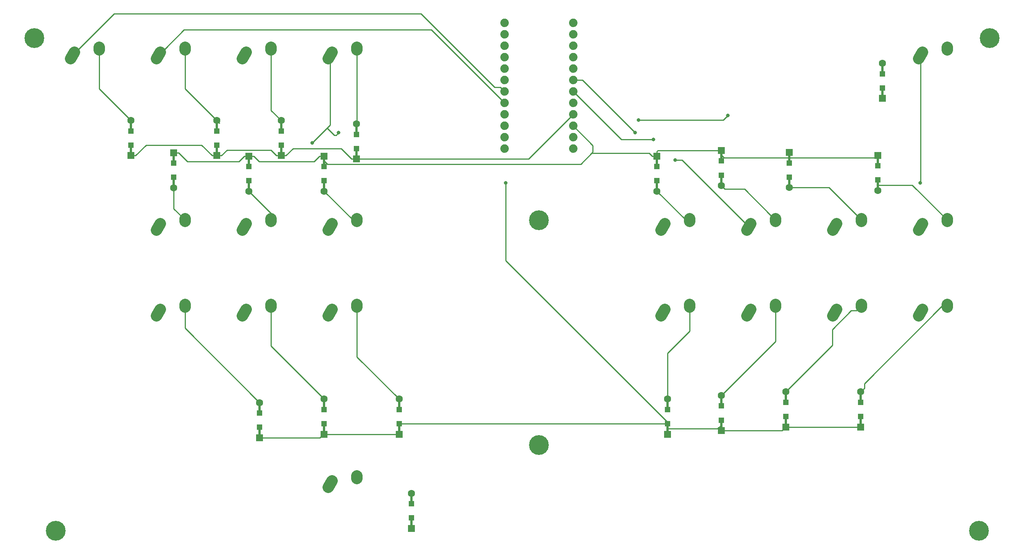
<source format=gbl>
G04 #@! TF.GenerationSoftware,KiCad,Pcbnew,5.0.1*
G04 #@! TF.CreationDate,2018-11-29T02:11:47-05:00*
G04 #@! TF.ProjectId,fightkeyb-pcb,66696768746B6579622D7063622E6B69,rev?*
G04 #@! TF.SameCoordinates,Original*
G04 #@! TF.FileFunction,Copper,L2,Bot,Signal*
G04 #@! TF.FilePolarity,Positive*
%FSLAX46Y46*%
G04 Gerber Fmt 4.6, Leading zero omitted, Abs format (unit mm)*
G04 Created by KiCad (PCBNEW 5.0.1) date Thu 29 Nov 2018 02:11:47 AM EST*
%MOMM*%
%LPD*%
G01*
G04 APERTURE LIST*
G04 #@! TA.AperFunction,ComponentPad*
%ADD10C,1.879600*%
G04 #@! TD*
G04 #@! TA.AperFunction,Conductor*
%ADD11R,0.500000X2.500000*%
G04 #@! TD*
G04 #@! TA.AperFunction,ComponentPad*
%ADD12C,1.600000*%
G04 #@! TD*
G04 #@! TA.AperFunction,ComponentPad*
%ADD13R,1.600000X1.600000*%
G04 #@! TD*
G04 #@! TA.AperFunction,SMDPad,CuDef*
%ADD14R,1.200000X1.200000*%
G04 #@! TD*
G04 #@! TA.AperFunction,ComponentPad*
%ADD15C,2.500000*%
G04 #@! TD*
G04 #@! TA.AperFunction,Conductor*
%ADD16C,2.500000*%
G04 #@! TD*
G04 #@! TA.AperFunction,ComponentPad*
%ADD17C,4.400000*%
G04 #@! TD*
G04 #@! TA.AperFunction,ViaPad*
%ADD18C,0.800000*%
G04 #@! TD*
G04 #@! TA.AperFunction,Conductor*
%ADD19C,0.250000*%
G04 #@! TD*
G04 APERTURE END LIST*
D10*
G04 #@! TO.P,M2,24*
G04 #@! TO.N,Net-(M2-Pad24)*
X164782500Y-22860000D03*
G04 #@! TO.P,M2,23*
G04 #@! TO.N,Net-(M1-PadP$4)*
X164782500Y-25400000D03*
G04 #@! TO.P,M2,22*
G04 #@! TO.N,Net-(M1-PadP$3)*
X164782500Y-27940000D03*
G04 #@! TO.P,M2,21*
G04 #@! TO.N,Net-(M2-Pad21)*
X164782500Y-30480000D03*
G04 #@! TO.P,M2,20*
G04 #@! TO.N,Net-(M2-Pad20)*
X164782500Y-33020000D03*
G04 #@! TO.P,M2,19*
G04 #@! TO.N,Net-(K10-Pad1)*
X164782500Y-35560000D03*
G04 #@! TO.P,M2,18*
G04 #@! TO.N,Net-(K11-Pad1)*
X164782500Y-38100000D03*
G04 #@! TO.P,M2,17*
G04 #@! TO.N,Net-(K12-Pad1)*
X164782500Y-40640000D03*
G04 #@! TO.P,M2,16*
G04 #@! TO.N,Net-(D1-Pad1)*
X164782500Y-43180000D03*
G04 #@! TO.P,M2,15*
G04 #@! TO.N,Net-(D10-Pad1)*
X164782500Y-45720000D03*
G04 #@! TO.P,M2,14*
G04 #@! TO.N,Net-(M2-Pad14)*
X164782500Y-48260000D03*
G04 #@! TO.P,M2,13*
G04 #@! TO.N,Net-(M2-Pad13)*
X164782500Y-50800000D03*
G04 #@! TO.P,M2,12*
G04 #@! TO.N,Net-(D13-Pad1)*
X149542500Y-50800000D03*
G04 #@! TO.P,M2,11*
G04 #@! TO.N,Net-(D20-Pad1)*
X149542500Y-48260000D03*
G04 #@! TO.P,M2,10*
G04 #@! TO.N,Net-(K16-Pad1)*
X149542500Y-45720000D03*
G04 #@! TO.P,M2,9*
G04 #@! TO.N,Net-(K15-Pad1)*
X149542500Y-43180000D03*
G04 #@! TO.P,M2,8*
G04 #@! TO.N,Net-(K14-Pad1)*
X149542500Y-40640000D03*
G04 #@! TO.P,M2,7*
G04 #@! TO.N,Net-(K2-Pad1)*
X149542500Y-38100000D03*
G04 #@! TO.P,M2,6*
G04 #@! TO.N,Net-(M2-Pad6)*
X149542500Y-35560000D03*
G04 #@! TO.P,M2,5*
G04 #@! TO.N,Net-(M2-Pad5)*
X149542500Y-33020000D03*
G04 #@! TO.P,M2,4*
G04 #@! TO.N,Net-(M2-Pad4)*
X149542500Y-30480000D03*
G04 #@! TO.P,M2,3*
G04 #@! TO.N,Net-(M2-Pad3)*
X149542500Y-27940000D03*
G04 #@! TO.P,M2,2*
G04 #@! TO.N,Net-(M2-Pad2)*
X149542500Y-25400000D03*
G04 #@! TO.P,M2,1*
G04 #@! TO.N,Net-(M2-Pad1)*
X149542500Y-22860000D03*
G04 #@! TD*
D11*
G04 #@! TO.N,Net-(D1-Pad2)*
G04 #@! TO.C,D1*
X66675000Y-45731250D03*
G04 #@! TO.N,Net-(D1-Pad1)*
X66675000Y-51131250D03*
D12*
G04 #@! TD*
G04 #@! TO.P,D1,2*
G04 #@! TO.N,Net-(D1-Pad2)*
X66675000Y-44531250D03*
D13*
G04 #@! TO.P,D1,1*
G04 #@! TO.N,Net-(D1-Pad1)*
X66675000Y-52331250D03*
D14*
X66675000Y-50006250D03*
G04 #@! TO.P,D1,2*
G04 #@! TO.N,Net-(D1-Pad2)*
X66675000Y-46856250D03*
G04 #@! TD*
G04 #@! TO.P,D2,2*
G04 #@! TO.N,Net-(D2-Pad2)*
X85725000Y-46856250D03*
G04 #@! TO.P,D2,1*
G04 #@! TO.N,Net-(D1-Pad1)*
X85725000Y-50006250D03*
D13*
X85725000Y-52331250D03*
D12*
G04 #@! TO.P,D2,2*
G04 #@! TO.N,Net-(D2-Pad2)*
X85725000Y-44531250D03*
D11*
G04 #@! TD*
G04 #@! TO.N,Net-(D1-Pad1)*
G04 #@! TO.C,D2*
X85725000Y-51131250D03*
G04 #@! TO.N,Net-(D2-Pad2)*
G04 #@! TO.C,D2*
X85725000Y-45731250D03*
G04 #@! TD*
G04 #@! TO.N,Net-(D3-Pad2)*
G04 #@! TO.C,D3*
X100012500Y-45731250D03*
G04 #@! TO.N,Net-(D1-Pad1)*
X100012500Y-51131250D03*
D12*
G04 #@! TD*
G04 #@! TO.P,D3,2*
G04 #@! TO.N,Net-(D3-Pad2)*
X100012500Y-44531250D03*
D13*
G04 #@! TO.P,D3,1*
G04 #@! TO.N,Net-(D1-Pad1)*
X100012500Y-52331250D03*
D14*
X100012500Y-50006250D03*
G04 #@! TO.P,D3,2*
G04 #@! TO.N,Net-(D3-Pad2)*
X100012500Y-46856250D03*
G04 #@! TD*
G04 #@! TO.P,D4,2*
G04 #@! TO.N,Net-(D4-Pad2)*
X116681250Y-47625000D03*
G04 #@! TO.P,D4,1*
G04 #@! TO.N,Net-(D1-Pad1)*
X116681250Y-50775000D03*
D13*
X116681250Y-53100000D03*
D12*
G04 #@! TO.P,D4,2*
G04 #@! TO.N,Net-(D4-Pad2)*
X116681250Y-45300000D03*
D11*
G04 #@! TD*
G04 #@! TO.N,Net-(D1-Pad1)*
G04 #@! TO.C,D4*
X116681250Y-51900000D03*
G04 #@! TO.N,Net-(D4-Pad2)*
G04 #@! TO.C,D4*
X116681250Y-46500000D03*
G04 #@! TD*
G04 #@! TO.N,Net-(D5-Pad2)*
G04 #@! TO.C,D5*
X233362500Y-33018750D03*
G04 #@! TO.N,Net-(D1-Pad1)*
X233362500Y-38418750D03*
D12*
G04 #@! TD*
G04 #@! TO.P,D5,2*
G04 #@! TO.N,Net-(D5-Pad2)*
X233362500Y-31818750D03*
D13*
G04 #@! TO.P,D5,1*
G04 #@! TO.N,Net-(D1-Pad1)*
X233362500Y-39618750D03*
D14*
X233362500Y-37293750D03*
G04 #@! TO.P,D5,2*
G04 #@! TO.N,Net-(D5-Pad2)*
X233362500Y-34143750D03*
G04 #@! TD*
D11*
G04 #@! TO.N,Net-(D6-Pad2)*
G04 #@! TO.C,D6*
X76200000Y-58275000D03*
G04 #@! TO.N,Net-(D10-Pad1)*
X76200000Y-52875000D03*
D12*
G04 #@! TD*
G04 #@! TO.P,D6,2*
G04 #@! TO.N,Net-(D6-Pad2)*
X76200000Y-59475000D03*
D13*
G04 #@! TO.P,D6,1*
G04 #@! TO.N,Net-(D10-Pad1)*
X76200000Y-51675000D03*
D14*
X76200000Y-54000000D03*
G04 #@! TO.P,D6,2*
G04 #@! TO.N,Net-(D6-Pad2)*
X76200000Y-57150000D03*
G04 #@! TD*
G04 #@! TO.P,D7,2*
G04 #@! TO.N,Net-(D7-Pad2)*
X92868750Y-57918750D03*
G04 #@! TO.P,D7,1*
G04 #@! TO.N,Net-(D10-Pad1)*
X92868750Y-54768750D03*
D13*
X92868750Y-52443750D03*
D12*
G04 #@! TO.P,D7,2*
G04 #@! TO.N,Net-(D7-Pad2)*
X92868750Y-60243750D03*
D11*
G04 #@! TD*
G04 #@! TO.N,Net-(D10-Pad1)*
G04 #@! TO.C,D7*
X92868750Y-53643750D03*
G04 #@! TO.N,Net-(D7-Pad2)*
G04 #@! TO.C,D7*
X92868750Y-59043750D03*
G04 #@! TD*
G04 #@! TO.N,Net-(D8-Pad2)*
G04 #@! TO.C,D8*
X109537500Y-59043750D03*
G04 #@! TO.N,Net-(D10-Pad1)*
X109537500Y-53643750D03*
D12*
G04 #@! TD*
G04 #@! TO.P,D8,2*
G04 #@! TO.N,Net-(D8-Pad2)*
X109537500Y-60243750D03*
D13*
G04 #@! TO.P,D8,1*
G04 #@! TO.N,Net-(D10-Pad1)*
X109537500Y-52443750D03*
D14*
X109537500Y-54768750D03*
G04 #@! TO.P,D8,2*
G04 #@! TO.N,Net-(D8-Pad2)*
X109537500Y-57918750D03*
G04 #@! TD*
G04 #@! TO.P,D9,2*
G04 #@! TO.N,Net-(D9-Pad2)*
X183356250Y-57918750D03*
G04 #@! TO.P,D9,1*
G04 #@! TO.N,Net-(D10-Pad1)*
X183356250Y-54768750D03*
D13*
X183356250Y-52443750D03*
D12*
G04 #@! TO.P,D9,2*
G04 #@! TO.N,Net-(D9-Pad2)*
X183356250Y-60243750D03*
D11*
G04 #@! TD*
G04 #@! TO.N,Net-(D10-Pad1)*
G04 #@! TO.C,D9*
X183356250Y-53643750D03*
G04 #@! TO.N,Net-(D9-Pad2)*
G04 #@! TO.C,D9*
X183356250Y-59043750D03*
G04 #@! TD*
G04 #@! TO.N,Net-(D10-Pad2)*
G04 #@! TO.C,D10*
X197643750Y-57787500D03*
G04 #@! TO.N,Net-(D10-Pad1)*
X197643750Y-52387500D03*
D12*
G04 #@! TD*
G04 #@! TO.P,D10,2*
G04 #@! TO.N,Net-(D10-Pad2)*
X197643750Y-58987500D03*
D13*
G04 #@! TO.P,D10,1*
G04 #@! TO.N,Net-(D10-Pad1)*
X197643750Y-51187500D03*
D14*
X197643750Y-53512500D03*
G04 #@! TO.P,D10,2*
G04 #@! TO.N,Net-(D10-Pad2)*
X197643750Y-56662500D03*
G04 #@! TD*
G04 #@! TO.P,D11,2*
G04 #@! TO.N,Net-(D11-Pad2)*
X212725000Y-57125000D03*
G04 #@! TO.P,D11,1*
G04 #@! TO.N,Net-(D10-Pad1)*
X212725000Y-53975000D03*
D13*
X212725000Y-51650000D03*
D12*
G04 #@! TO.P,D11,2*
G04 #@! TO.N,Net-(D11-Pad2)*
X212725000Y-59450000D03*
D11*
G04 #@! TD*
G04 #@! TO.N,Net-(D10-Pad1)*
G04 #@! TO.C,D11*
X212725000Y-52850000D03*
G04 #@! TO.N,Net-(D11-Pad2)*
G04 #@! TO.C,D11*
X212725000Y-58250000D03*
G04 #@! TD*
D14*
G04 #@! TO.P,D12,2*
G04 #@! TO.N,Net-(D12-Pad2)*
X232410000Y-57760000D03*
G04 #@! TO.P,D12,1*
G04 #@! TO.N,Net-(D10-Pad1)*
X232410000Y-54610000D03*
D13*
X232410000Y-52285000D03*
D12*
G04 #@! TO.P,D12,2*
G04 #@! TO.N,Net-(D12-Pad2)*
X232410000Y-60085000D03*
D11*
G04 #@! TD*
G04 #@! TO.N,Net-(D10-Pad1)*
G04 #@! TO.C,D12*
X232410000Y-53485000D03*
G04 #@! TO.N,Net-(D12-Pad2)*
G04 #@! TO.C,D12*
X232410000Y-58885000D03*
G04 #@! TD*
D14*
G04 #@! TO.P,D13,2*
G04 #@! TO.N,Net-(D13-Pad2)*
X95250000Y-109537500D03*
G04 #@! TO.P,D13,1*
G04 #@! TO.N,Net-(D13-Pad1)*
X95250000Y-112687500D03*
D13*
X95250000Y-115012500D03*
D12*
G04 #@! TO.P,D13,2*
G04 #@! TO.N,Net-(D13-Pad2)*
X95250000Y-107212500D03*
D11*
G04 #@! TD*
G04 #@! TO.N,Net-(D13-Pad1)*
G04 #@! TO.C,D13*
X95250000Y-113812500D03*
G04 #@! TO.N,Net-(D13-Pad2)*
G04 #@! TO.C,D13*
X95250000Y-108412500D03*
G04 #@! TD*
G04 #@! TO.N,Net-(D14-Pad2)*
G04 #@! TO.C,D14*
X109537500Y-107643750D03*
G04 #@! TO.N,Net-(D13-Pad1)*
X109537500Y-113043750D03*
D12*
G04 #@! TD*
G04 #@! TO.P,D14,2*
G04 #@! TO.N,Net-(D14-Pad2)*
X109537500Y-106443750D03*
D13*
G04 #@! TO.P,D14,1*
G04 #@! TO.N,Net-(D13-Pad1)*
X109537500Y-114243750D03*
D14*
X109537500Y-111918750D03*
G04 #@! TO.P,D14,2*
G04 #@! TO.N,Net-(D14-Pad2)*
X109537500Y-108768750D03*
G04 #@! TD*
G04 #@! TO.P,D15,2*
G04 #@! TO.N,Net-(D15-Pad2)*
X126206250Y-108768750D03*
G04 #@! TO.P,D15,1*
G04 #@! TO.N,Net-(D13-Pad1)*
X126206250Y-111918750D03*
D13*
X126206250Y-114243750D03*
D12*
G04 #@! TO.P,D15,2*
G04 #@! TO.N,Net-(D15-Pad2)*
X126206250Y-106443750D03*
D11*
G04 #@! TD*
G04 #@! TO.N,Net-(D13-Pad1)*
G04 #@! TO.C,D15*
X126206250Y-113043750D03*
G04 #@! TO.N,Net-(D15-Pad2)*
G04 #@! TO.C,D15*
X126206250Y-107643750D03*
G04 #@! TD*
G04 #@! TO.N,Net-(D16-Pad2)*
G04 #@! TO.C,D16*
X185737500Y-107643750D03*
G04 #@! TO.N,Net-(D13-Pad1)*
X185737500Y-113043750D03*
D12*
G04 #@! TD*
G04 #@! TO.P,D16,2*
G04 #@! TO.N,Net-(D16-Pad2)*
X185737500Y-106443750D03*
D13*
G04 #@! TO.P,D16,1*
G04 #@! TO.N,Net-(D13-Pad1)*
X185737500Y-114243750D03*
D14*
X185737500Y-111918750D03*
G04 #@! TO.P,D16,2*
G04 #@! TO.N,Net-(D16-Pad2)*
X185737500Y-108768750D03*
G04 #@! TD*
G04 #@! TO.P,D17,2*
G04 #@! TO.N,Net-(D17-Pad2)*
X197643750Y-107962500D03*
G04 #@! TO.P,D17,1*
G04 #@! TO.N,Net-(D13-Pad1)*
X197643750Y-111112500D03*
D13*
X197643750Y-113437500D03*
D12*
G04 #@! TO.P,D17,2*
G04 #@! TO.N,Net-(D17-Pad2)*
X197643750Y-105637500D03*
D11*
G04 #@! TD*
G04 #@! TO.N,Net-(D13-Pad1)*
G04 #@! TO.C,D17*
X197643750Y-112237500D03*
G04 #@! TO.N,Net-(D17-Pad2)*
G04 #@! TO.C,D17*
X197643750Y-106837500D03*
G04 #@! TD*
G04 #@! TO.N,Net-(D18-Pad2)*
G04 #@! TO.C,D18*
X211931250Y-106031250D03*
G04 #@! TO.N,Net-(D13-Pad1)*
X211931250Y-111431250D03*
D12*
G04 #@! TD*
G04 #@! TO.P,D18,2*
G04 #@! TO.N,Net-(D18-Pad2)*
X211931250Y-104831250D03*
D13*
G04 #@! TO.P,D18,1*
G04 #@! TO.N,Net-(D13-Pad1)*
X211931250Y-112631250D03*
D14*
X211931250Y-110306250D03*
G04 #@! TO.P,D18,2*
G04 #@! TO.N,Net-(D18-Pad2)*
X211931250Y-107156250D03*
G04 #@! TD*
G04 #@! TO.P,D19,2*
G04 #@! TO.N,Net-(D19-Pad2)*
X228600000Y-107156250D03*
G04 #@! TO.P,D19,1*
G04 #@! TO.N,Net-(D13-Pad1)*
X228600000Y-110306250D03*
D13*
X228600000Y-112631250D03*
D12*
G04 #@! TO.P,D19,2*
G04 #@! TO.N,Net-(D19-Pad2)*
X228600000Y-104831250D03*
D11*
G04 #@! TD*
G04 #@! TO.N,Net-(D13-Pad1)*
G04 #@! TO.C,D19*
X228600000Y-111431250D03*
G04 #@! TO.N,Net-(D19-Pad2)*
G04 #@! TO.C,D19*
X228600000Y-106031250D03*
G04 #@! TD*
G04 #@! TO.N,Net-(D20-Pad2)*
G04 #@! TO.C,D20*
X128905000Y-128585000D03*
G04 #@! TO.N,Net-(D20-Pad1)*
X128905000Y-133985000D03*
D12*
G04 #@! TD*
G04 #@! TO.P,D20,2*
G04 #@! TO.N,Net-(D20-Pad2)*
X128905000Y-127385000D03*
D13*
G04 #@! TO.P,D20,1*
G04 #@! TO.N,Net-(D20-Pad1)*
X128905000Y-135185000D03*
D14*
X128905000Y-132860000D03*
G04 #@! TO.P,D20,2*
G04 #@! TO.N,Net-(D20-Pad2)*
X128905000Y-129710000D03*
G04 #@! TD*
D15*
G04 #@! TO.P,K2,1*
G04 #@! TO.N,Net-(K2-Pad1)*
X53745000Y-30067500D03*
D16*
G04 #@! TD*
G04 #@! TO.N,Net-(K2-Pad1)*
G04 #@! TO.C,K2*
X54150453Y-29337546D02*
X53339547Y-30797454D01*
D15*
G04 #@! TO.P,K2,2*
G04 #@! TO.N,Net-(D1-Pad2)*
X59670000Y-28547500D03*
D16*
G04 #@! TD*
G04 #@! TO.N,Net-(D1-Pad2)*
G04 #@! TO.C,K2*
X59689724Y-28258172D02*
X59650276Y-28836828D01*
D15*
G04 #@! TO.P,K3,2*
G04 #@! TO.N,Net-(D2-Pad2)*
X78720000Y-28547500D03*
D16*
G04 #@! TD*
G04 #@! TO.N,Net-(D2-Pad2)*
G04 #@! TO.C,K3*
X78739724Y-28258172D02*
X78700276Y-28836828D01*
D15*
G04 #@! TO.P,K3,1*
G04 #@! TO.N,Net-(K14-Pad1)*
X72795000Y-30067500D03*
D16*
G04 #@! TD*
G04 #@! TO.N,Net-(K14-Pad1)*
G04 #@! TO.C,K3*
X73200453Y-29337546D02*
X72389547Y-30797454D01*
D15*
G04 #@! TO.P,K4,1*
G04 #@! TO.N,Net-(K15-Pad1)*
X91845000Y-30067500D03*
D16*
G04 #@! TD*
G04 #@! TO.N,Net-(K15-Pad1)*
G04 #@! TO.C,K4*
X92250453Y-29337546D02*
X91439547Y-30797454D01*
D15*
G04 #@! TO.P,K4,2*
G04 #@! TO.N,Net-(D3-Pad2)*
X97770000Y-28547500D03*
D16*
G04 #@! TD*
G04 #@! TO.N,Net-(D3-Pad2)*
G04 #@! TO.C,K4*
X97789724Y-28258172D02*
X97750276Y-28836828D01*
D15*
G04 #@! TO.P,K5,2*
G04 #@! TO.N,Net-(D4-Pad2)*
X116820000Y-28547500D03*
D16*
G04 #@! TD*
G04 #@! TO.N,Net-(D4-Pad2)*
G04 #@! TO.C,K5*
X116839724Y-28258172D02*
X116800276Y-28836828D01*
D15*
G04 #@! TO.P,K5,1*
G04 #@! TO.N,Net-(K16-Pad1)*
X110895000Y-30067500D03*
D16*
G04 #@! TD*
G04 #@! TO.N,Net-(K16-Pad1)*
G04 #@! TO.C,K5*
X111300453Y-29337546D02*
X110489547Y-30797454D01*
D15*
G04 #@! TO.P,K6,1*
G04 #@! TO.N,Net-(K13-Pad1)*
X241863750Y-30067500D03*
D16*
G04 #@! TD*
G04 #@! TO.N,Net-(K13-Pad1)*
G04 #@! TO.C,K6*
X242269203Y-29337546D02*
X241458297Y-30797454D01*
D15*
G04 #@! TO.P,K6,2*
G04 #@! TO.N,Net-(D5-Pad2)*
X247788750Y-28547500D03*
D16*
G04 #@! TD*
G04 #@! TO.N,Net-(D5-Pad2)*
G04 #@! TO.C,K6*
X247808474Y-28258172D02*
X247769026Y-28836828D01*
D15*
G04 #@! TO.P,K7,2*
G04 #@! TO.N,Net-(D6-Pad2)*
X78720000Y-66647500D03*
D16*
G04 #@! TD*
G04 #@! TO.N,Net-(D6-Pad2)*
G04 #@! TO.C,K7*
X78739724Y-66358172D02*
X78700276Y-66936828D01*
D15*
G04 #@! TO.P,K7,1*
G04 #@! TO.N,Net-(K14-Pad1)*
X72795000Y-68167500D03*
D16*
G04 #@! TD*
G04 #@! TO.N,Net-(K14-Pad1)*
G04 #@! TO.C,K7*
X73200453Y-67437546D02*
X72389547Y-68897454D01*
D15*
G04 #@! TO.P,K8,1*
G04 #@! TO.N,Net-(K15-Pad1)*
X91845000Y-68167500D03*
D16*
G04 #@! TD*
G04 #@! TO.N,Net-(K15-Pad1)*
G04 #@! TO.C,K8*
X92250453Y-67437546D02*
X91439547Y-68897454D01*
D15*
G04 #@! TO.P,K8,2*
G04 #@! TO.N,Net-(D7-Pad2)*
X97770000Y-66647500D03*
D16*
G04 #@! TD*
G04 #@! TO.N,Net-(D7-Pad2)*
G04 #@! TO.C,K8*
X97789724Y-66358172D02*
X97750276Y-66936828D01*
D15*
G04 #@! TO.P,K9,2*
G04 #@! TO.N,Net-(D8-Pad2)*
X116820000Y-66647500D03*
D16*
G04 #@! TD*
G04 #@! TO.N,Net-(D8-Pad2)*
G04 #@! TO.C,K9*
X116839724Y-66358172D02*
X116800276Y-66936828D01*
D15*
G04 #@! TO.P,K9,1*
G04 #@! TO.N,Net-(K16-Pad1)*
X110895000Y-68167500D03*
D16*
G04 #@! TD*
G04 #@! TO.N,Net-(K16-Pad1)*
G04 #@! TO.C,K9*
X111300453Y-67437546D02*
X110489547Y-68897454D01*
D15*
G04 #@! TO.P,K10,2*
G04 #@! TO.N,Net-(D9-Pad2)*
X190638750Y-66647500D03*
D16*
G04 #@! TD*
G04 #@! TO.N,Net-(D9-Pad2)*
G04 #@! TO.C,K10*
X190658474Y-66358172D02*
X190619026Y-66936828D01*
D15*
G04 #@! TO.P,K10,1*
G04 #@! TO.N,Net-(K10-Pad1)*
X184713750Y-68167500D03*
D16*
G04 #@! TD*
G04 #@! TO.N,Net-(K10-Pad1)*
G04 #@! TO.C,K10*
X185119203Y-67437546D02*
X184308297Y-68897454D01*
D15*
G04 #@! TO.P,K11,1*
G04 #@! TO.N,Net-(K11-Pad1)*
X203763750Y-68167500D03*
D16*
G04 #@! TD*
G04 #@! TO.N,Net-(K11-Pad1)*
G04 #@! TO.C,K11*
X204169203Y-67437546D02*
X203358297Y-68897454D01*
D15*
G04 #@! TO.P,K11,2*
G04 #@! TO.N,Net-(D10-Pad2)*
X209688750Y-66647500D03*
D16*
G04 #@! TD*
G04 #@! TO.N,Net-(D10-Pad2)*
G04 #@! TO.C,K11*
X209708474Y-66358172D02*
X209669026Y-66936828D01*
D15*
G04 #@! TO.P,K12,2*
G04 #@! TO.N,Net-(D11-Pad2)*
X228738750Y-66647500D03*
D16*
G04 #@! TD*
G04 #@! TO.N,Net-(D11-Pad2)*
G04 #@! TO.C,K12*
X228758474Y-66358172D02*
X228719026Y-66936828D01*
D15*
G04 #@! TO.P,K12,1*
G04 #@! TO.N,Net-(K12-Pad1)*
X222813750Y-68167500D03*
D16*
G04 #@! TD*
G04 #@! TO.N,Net-(K12-Pad1)*
G04 #@! TO.C,K12*
X223219203Y-67437546D02*
X222408297Y-68897454D01*
D15*
G04 #@! TO.P,K13,1*
G04 #@! TO.N,Net-(K13-Pad1)*
X241863750Y-68167500D03*
D16*
G04 #@! TD*
G04 #@! TO.N,Net-(K13-Pad1)*
G04 #@! TO.C,K13*
X242269203Y-67437546D02*
X241458297Y-68897454D01*
D15*
G04 #@! TO.P,K13,2*
G04 #@! TO.N,Net-(D12-Pad2)*
X247788750Y-66647500D03*
D16*
G04 #@! TD*
G04 #@! TO.N,Net-(D12-Pad2)*
G04 #@! TO.C,K13*
X247808474Y-66358172D02*
X247769026Y-66936828D01*
D15*
G04 #@! TO.P,K14,1*
G04 #@! TO.N,Net-(K14-Pad1)*
X72795000Y-87217500D03*
D16*
G04 #@! TD*
G04 #@! TO.N,Net-(K14-Pad1)*
G04 #@! TO.C,K14*
X73200453Y-86487546D02*
X72389547Y-87947454D01*
D15*
G04 #@! TO.P,K14,2*
G04 #@! TO.N,Net-(D13-Pad2)*
X78720000Y-85697500D03*
D16*
G04 #@! TD*
G04 #@! TO.N,Net-(D13-Pad2)*
G04 #@! TO.C,K14*
X78739724Y-85408172D02*
X78700276Y-85986828D01*
D15*
G04 #@! TO.P,K15,2*
G04 #@! TO.N,Net-(D14-Pad2)*
X97770000Y-85697500D03*
D16*
G04 #@! TD*
G04 #@! TO.N,Net-(D14-Pad2)*
G04 #@! TO.C,K15*
X97789724Y-85408172D02*
X97750276Y-85986828D01*
D15*
G04 #@! TO.P,K15,1*
G04 #@! TO.N,Net-(K15-Pad1)*
X91845000Y-87217500D03*
D16*
G04 #@! TD*
G04 #@! TO.N,Net-(K15-Pad1)*
G04 #@! TO.C,K15*
X92250453Y-86487546D02*
X91439547Y-87947454D01*
D15*
G04 #@! TO.P,K16,1*
G04 #@! TO.N,Net-(K16-Pad1)*
X110895000Y-87217500D03*
D16*
G04 #@! TD*
G04 #@! TO.N,Net-(K16-Pad1)*
G04 #@! TO.C,K16*
X111300453Y-86487546D02*
X110489547Y-87947454D01*
D15*
G04 #@! TO.P,K16,2*
G04 #@! TO.N,Net-(D15-Pad2)*
X116820000Y-85697500D03*
D16*
G04 #@! TD*
G04 #@! TO.N,Net-(D15-Pad2)*
G04 #@! TO.C,K16*
X116839724Y-85408172D02*
X116800276Y-85986828D01*
D15*
G04 #@! TO.P,K17,2*
G04 #@! TO.N,Net-(D16-Pad2)*
X190638750Y-85697500D03*
D16*
G04 #@! TD*
G04 #@! TO.N,Net-(D16-Pad2)*
G04 #@! TO.C,K17*
X190658474Y-85408172D02*
X190619026Y-85986828D01*
D15*
G04 #@! TO.P,K17,1*
G04 #@! TO.N,Net-(K10-Pad1)*
X184713750Y-87217500D03*
D16*
G04 #@! TD*
G04 #@! TO.N,Net-(K10-Pad1)*
G04 #@! TO.C,K17*
X185119203Y-86487546D02*
X184308297Y-87947454D01*
D15*
G04 #@! TO.P,K18,1*
G04 #@! TO.N,Net-(K11-Pad1)*
X203763750Y-87217500D03*
D16*
G04 #@! TD*
G04 #@! TO.N,Net-(K11-Pad1)*
G04 #@! TO.C,K18*
X204169203Y-86487546D02*
X203358297Y-87947454D01*
D15*
G04 #@! TO.P,K18,2*
G04 #@! TO.N,Net-(D17-Pad2)*
X209688750Y-85697500D03*
D16*
G04 #@! TD*
G04 #@! TO.N,Net-(D17-Pad2)*
G04 #@! TO.C,K18*
X209708474Y-85408172D02*
X209669026Y-85986828D01*
D15*
G04 #@! TO.P,K19,2*
G04 #@! TO.N,Net-(D18-Pad2)*
X228738750Y-85697500D03*
D16*
G04 #@! TD*
G04 #@! TO.N,Net-(D18-Pad2)*
G04 #@! TO.C,K19*
X228758474Y-85408172D02*
X228719026Y-85986828D01*
D15*
G04 #@! TO.P,K19,1*
G04 #@! TO.N,Net-(K12-Pad1)*
X222813750Y-87217500D03*
D16*
G04 #@! TD*
G04 #@! TO.N,Net-(K12-Pad1)*
G04 #@! TO.C,K19*
X223219203Y-86487546D02*
X222408297Y-87947454D01*
D15*
G04 #@! TO.P,K20,2*
G04 #@! TO.N,Net-(D19-Pad2)*
X247788750Y-85697500D03*
D16*
G04 #@! TD*
G04 #@! TO.N,Net-(D19-Pad2)*
G04 #@! TO.C,K20*
X247808474Y-85408172D02*
X247769026Y-85986828D01*
D15*
G04 #@! TO.P,K20,1*
G04 #@! TO.N,Net-(K13-Pad1)*
X241863750Y-87217500D03*
D16*
G04 #@! TD*
G04 #@! TO.N,Net-(K13-Pad1)*
G04 #@! TO.C,K20*
X242269203Y-86487546D02*
X241458297Y-87947454D01*
D15*
G04 #@! TO.P,K21,1*
G04 #@! TO.N,Net-(K16-Pad1)*
X110895000Y-125317500D03*
D16*
G04 #@! TD*
G04 #@! TO.N,Net-(K16-Pad1)*
G04 #@! TO.C,K21*
X111300453Y-124587546D02*
X110489547Y-126047454D01*
D15*
G04 #@! TO.P,K21,2*
G04 #@! TO.N,Net-(D20-Pad2)*
X116820000Y-123797500D03*
D16*
G04 #@! TD*
G04 #@! TO.N,Net-(D20-Pad2)*
G04 #@! TO.C,K21*
X116839724Y-123508172D02*
X116800276Y-124086828D01*
D17*
G04 #@! TO.P,REF\002A\002A,1*
G04 #@! TO.N,N/C*
X50006250Y-135731250D03*
G04 #@! TD*
G04 #@! TO.P,REF\002A\002A,1*
G04 #@! TO.N,N/C*
X254793750Y-135731250D03*
G04 #@! TD*
G04 #@! TO.P,REF\002A\002A,1*
G04 #@! TO.N,N/C*
X257175000Y-26193750D03*
G04 #@! TD*
G04 #@! TO.P,REF\002A\002A,1*
G04 #@! TO.N,N/C*
X45243750Y-26193750D03*
G04 #@! TD*
G04 #@! TO.P,REF\002A\002A,1*
G04 #@! TO.N,N/C*
X157162500Y-66675000D03*
G04 #@! TD*
G04 #@! TO.P,REF\002A\002A,1*
G04 #@! TO.N,N/C*
X157162500Y-116681250D03*
G04 #@! TD*
D18*
G04 #@! TO.N,Net-(D1-Pad1)*
X199136000Y-43434000D03*
X179324000Y-44450000D03*
G04 #@! TO.N,Net-(D13-Pad1)*
X149860000Y-58420000D03*
G04 #@! TO.N,Net-(K16-Pad1)*
X106934000Y-49530000D03*
X112776000Y-47244000D03*
G04 #@! TO.N,Net-(K13-Pad1)*
X241808000Y-58420000D03*
G04 #@! TO.N,Net-(K10-Pad1)*
X178562000Y-47244000D03*
G04 #@! TO.N,Net-(K11-Pad1)*
X187452000Y-53340000D03*
X182626000Y-48768000D03*
G04 #@! TD*
D19*
G04 #@! TO.N,Net-(D1-Pad2)*
X59670000Y-37526250D02*
X66675000Y-44531250D01*
X59670000Y-28547500D02*
X59670000Y-37526250D01*
G04 #@! TO.N,Net-(D1-Pad1)*
X84675000Y-52331250D02*
X85725000Y-52331250D01*
X82350000Y-50006250D02*
X84675000Y-52331250D01*
X70050000Y-50006250D02*
X82350000Y-50006250D01*
X67725000Y-52331250D02*
X70050000Y-50006250D01*
X66675000Y-52331250D02*
X67725000Y-52331250D01*
X98962500Y-52331250D02*
X100012500Y-52331250D01*
X97762500Y-51131250D02*
X98962500Y-52331250D01*
X87975000Y-51131250D02*
X97762500Y-51131250D01*
X86775000Y-52331250D02*
X87975000Y-51131250D01*
X85725000Y-52331250D02*
X86775000Y-52331250D01*
X101062500Y-52331250D02*
X102618750Y-50775000D01*
X115631250Y-53100000D02*
X116681250Y-53100000D01*
X113306250Y-50775000D02*
X115631250Y-53100000D01*
X102618750Y-50775000D02*
X113306250Y-50775000D01*
X100012500Y-52331250D02*
X101062500Y-52331250D01*
X154862500Y-53100000D02*
X164782500Y-43180000D01*
X116681250Y-53100000D02*
X154862500Y-53100000D01*
X199136000Y-43434000D02*
X198120000Y-44450000D01*
X198120000Y-44450000D02*
X179324000Y-44450000D01*
G04 #@! TO.N,Net-(D2-Pad2)*
X78720000Y-37526250D02*
X86278750Y-45085000D01*
X78720000Y-28547500D02*
X78720000Y-37526250D01*
G04 #@! TO.N,Net-(D3-Pad2)*
X97770000Y-42288750D02*
X100012500Y-44531250D01*
X97770000Y-28547500D02*
X97770000Y-42288750D01*
G04 #@! TO.N,Net-(D4-Pad2)*
X116820000Y-45161250D02*
X116681250Y-45300000D01*
X116820000Y-28547500D02*
X116820000Y-45161250D01*
G04 #@! TO.N,Net-(D6-Pad2)*
X76200000Y-64127500D02*
X78720000Y-66647500D01*
X76200000Y-59475000D02*
X76200000Y-64127500D01*
G04 #@! TO.N,Net-(D10-Pad1)*
X90618750Y-53643750D02*
X91818750Y-52443750D01*
X79218750Y-53643750D02*
X90618750Y-53643750D01*
X77250000Y-51675000D02*
X79218750Y-53643750D01*
X91818750Y-52443750D02*
X92868750Y-52443750D01*
X76200000Y-51675000D02*
X77250000Y-51675000D01*
X108487500Y-52443750D02*
X109537500Y-52443750D01*
X107287500Y-53643750D02*
X108487500Y-52443750D01*
X95118750Y-53643750D02*
X107287500Y-53643750D01*
X93918750Y-52443750D02*
X95118750Y-53643750D01*
X92868750Y-52443750D02*
X93918750Y-52443750D01*
X110268751Y-54225001D02*
X166500999Y-54225001D01*
X109537500Y-52443750D02*
X109537500Y-53493750D01*
X109537500Y-53493750D02*
X110268751Y-54225001D01*
X169164000Y-50101500D02*
X164782500Y-45720000D01*
X169164000Y-51562000D02*
X169164000Y-50101500D01*
X183356250Y-52443750D02*
X182306250Y-52443750D01*
X181678500Y-51816000D02*
X168910000Y-51816000D01*
X166500999Y-54225001D02*
X168910000Y-51816000D01*
X182306250Y-52443750D02*
X181678500Y-51816000D01*
X168910000Y-51816000D02*
X169164000Y-51562000D01*
X183356250Y-51393750D02*
X183356250Y-52443750D01*
X183562500Y-51187500D02*
X183356250Y-51393750D01*
X197643750Y-51187500D02*
X183562500Y-51187500D01*
X197643750Y-52237500D02*
X197643750Y-51187500D01*
X198256250Y-52850000D02*
X197643750Y-52237500D01*
X212725000Y-52850000D02*
X198256250Y-52850000D01*
X231845000Y-52850000D02*
X232410000Y-52285000D01*
X212725000Y-52850000D02*
X231845000Y-52850000D01*
G04 #@! TO.N,Net-(D7-Pad2)*
X97770000Y-65145000D02*
X97770000Y-66647500D01*
X92868750Y-60243750D02*
X97770000Y-65145000D01*
G04 #@! TO.N,Net-(D8-Pad2)*
X115941250Y-66647500D02*
X116820000Y-66647500D01*
X109537500Y-60243750D02*
X115941250Y-66647500D01*
G04 #@! TO.N,Net-(D9-Pad2)*
X189760000Y-66647500D02*
X190638750Y-66647500D01*
X183356250Y-60243750D02*
X189760000Y-66647500D01*
G04 #@! TO.N,Net-(D10-Pad2)*
X208614218Y-65572968D02*
X209688750Y-66647500D01*
X202828749Y-59787499D02*
X208614218Y-65572968D01*
X198443749Y-59787499D02*
X202828749Y-59787499D01*
X197643750Y-58987500D02*
X198443749Y-59787499D01*
G04 #@! TO.N,Net-(D11-Pad2)*
X221541250Y-59450000D02*
X228738750Y-66647500D01*
X212725000Y-59450000D02*
X221541250Y-59450000D01*
G04 #@! TO.N,Net-(D12-Pad2)*
X240026250Y-58885000D02*
X247788750Y-66647500D01*
X232410000Y-58885000D02*
X240026250Y-58885000D01*
G04 #@! TO.N,Net-(D13-Pad2)*
X78720000Y-90682500D02*
X95250000Y-107212500D01*
X78720000Y-85697500D02*
X78720000Y-90682500D01*
G04 #@! TO.N,Net-(D13-Pad1)*
X109337500Y-114243750D02*
X109537500Y-114243750D01*
X108568750Y-115012500D02*
X109337500Y-114243750D01*
X95250000Y-115012500D02*
X108568750Y-115012500D01*
X109537500Y-114243750D02*
X126206250Y-114243750D01*
X126206250Y-111918750D02*
X185737500Y-111918750D01*
X196837500Y-113043750D02*
X197643750Y-112237500D01*
X185737500Y-113043750D02*
X196837500Y-113043750D01*
X211125000Y-113437500D02*
X211931250Y-112631250D01*
X197643750Y-113437500D02*
X211125000Y-113437500D01*
X227550000Y-112631250D02*
X211931250Y-112631250D01*
X228600000Y-112631250D02*
X227550000Y-112631250D01*
X149860000Y-75666250D02*
X149860000Y-58420000D01*
X185737500Y-113043750D02*
X185737500Y-111543750D01*
X185737500Y-111543750D02*
X149860000Y-75666250D01*
G04 #@! TO.N,Net-(D14-Pad2)*
X97770000Y-94676250D02*
X109537500Y-106443750D01*
X97770000Y-85697500D02*
X97770000Y-94676250D01*
G04 #@! TO.N,Net-(D15-Pad2)*
X116820000Y-97057500D02*
X126206250Y-106443750D01*
X116820000Y-85697500D02*
X116820000Y-97057500D01*
G04 #@! TO.N,Net-(D16-Pad2)*
X190638750Y-87331922D02*
X190638750Y-85697500D01*
X190638750Y-91307166D02*
X190638750Y-87331922D01*
X185737500Y-96208416D02*
X190638750Y-91307166D01*
X185737500Y-106443750D02*
X185737500Y-96208416D01*
G04 #@! TO.N,Net-(D17-Pad2)*
X209688750Y-93592500D02*
X197643750Y-105637500D01*
X209688750Y-85697500D02*
X209688750Y-93592500D01*
G04 #@! TO.N,Net-(D18-Pad2)*
X212731249Y-104031251D02*
X211931250Y-104831250D01*
X222314651Y-94447849D02*
X212731249Y-104031251D01*
X222314651Y-90959625D02*
X222314651Y-94447849D01*
X226478166Y-86796110D02*
X222314651Y-90959625D01*
X227640140Y-86796110D02*
X226478166Y-86796110D01*
X228738750Y-85697500D02*
X227640140Y-86796110D01*
G04 #@! TO.N,Net-(D19-Pad2)*
X229399999Y-104031251D02*
X228600000Y-104831250D01*
X229399999Y-103016585D02*
X229399999Y-104031251D01*
X246719084Y-85697500D02*
X229399999Y-103016585D01*
X247788750Y-85697500D02*
X246719084Y-85697500D01*
G04 #@! TO.N,Net-(K2-Pad1)*
X148602701Y-37160201D02*
X147396201Y-37160201D01*
X149542500Y-38100000D02*
X148602701Y-37160201D01*
X147396201Y-37160201D02*
X131064000Y-20828000D01*
X62984500Y-20828000D02*
X53745000Y-30067500D01*
X131064000Y-20828000D02*
X62984500Y-20828000D01*
G04 #@! TO.N,Net-(K14-Pad1)*
X74299190Y-28563310D02*
X72795000Y-30067500D01*
X78478500Y-24384000D02*
X74299190Y-28563310D01*
X133286500Y-24384000D02*
X78478500Y-24384000D01*
X149542500Y-40640000D02*
X133286500Y-24384000D01*
G04 #@! TO.N,Net-(K16-Pad1)*
X110895000Y-30067500D02*
X110895000Y-45569000D01*
X112238749Y-47781251D02*
X111789251Y-47781251D01*
X111789251Y-47781251D02*
X110236000Y-46228000D01*
X112776000Y-47244000D02*
X112238749Y-47781251D01*
X110895000Y-45569000D02*
X110236000Y-46228000D01*
X110236000Y-46228000D02*
X106934000Y-49530000D01*
G04 #@! TO.N,Net-(K13-Pad1)*
X241863750Y-30067500D02*
X241863750Y-58364250D01*
X241863750Y-58364250D02*
X241808000Y-58420000D01*
G04 #@! TO.N,Net-(K10-Pad1)*
X164782500Y-35560000D02*
X166878000Y-35560000D01*
X166878000Y-35560000D02*
X178562000Y-47244000D01*
G04 #@! TO.N,Net-(K11-Pad1)*
X203763750Y-68167500D02*
X188936250Y-53340000D01*
X188936250Y-53340000D02*
X187452000Y-53340000D01*
X175450500Y-48768000D02*
X164782500Y-38100000D01*
X182626000Y-48768000D02*
X175450500Y-48768000D01*
G04 #@! TD*
M02*

</source>
